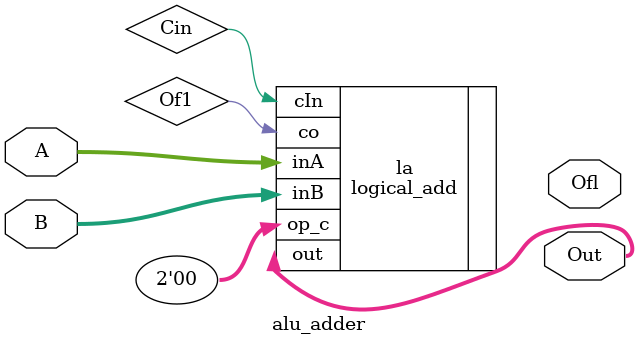
<source format=v>
module alu_adder (A, B, Out, Ofl);

   input [15:0] A;
   input [15:0] B;
   output [15:0] Out;
   output 	 Ofl;

   
   logical_add la(.inA(A), .inB(B), .op_c(2'b00), .cIn(Cin), .co(Of1), .out(Out));

endmodule


</source>
